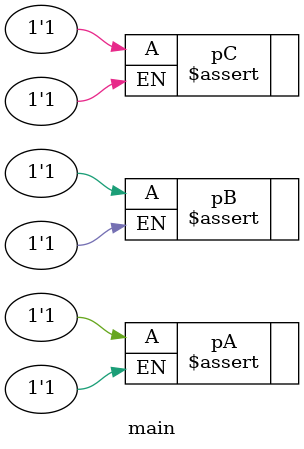
<source format=sv>
module main;

  parameter B = A + 1;

  enum { A = 1, C = B + 1 } my_enum;

  // expected to pass
  pA: assert property (A == 1);
  pB: assert property (B == 2);
  pC: assert property (C == 3);

endmodule

</source>
